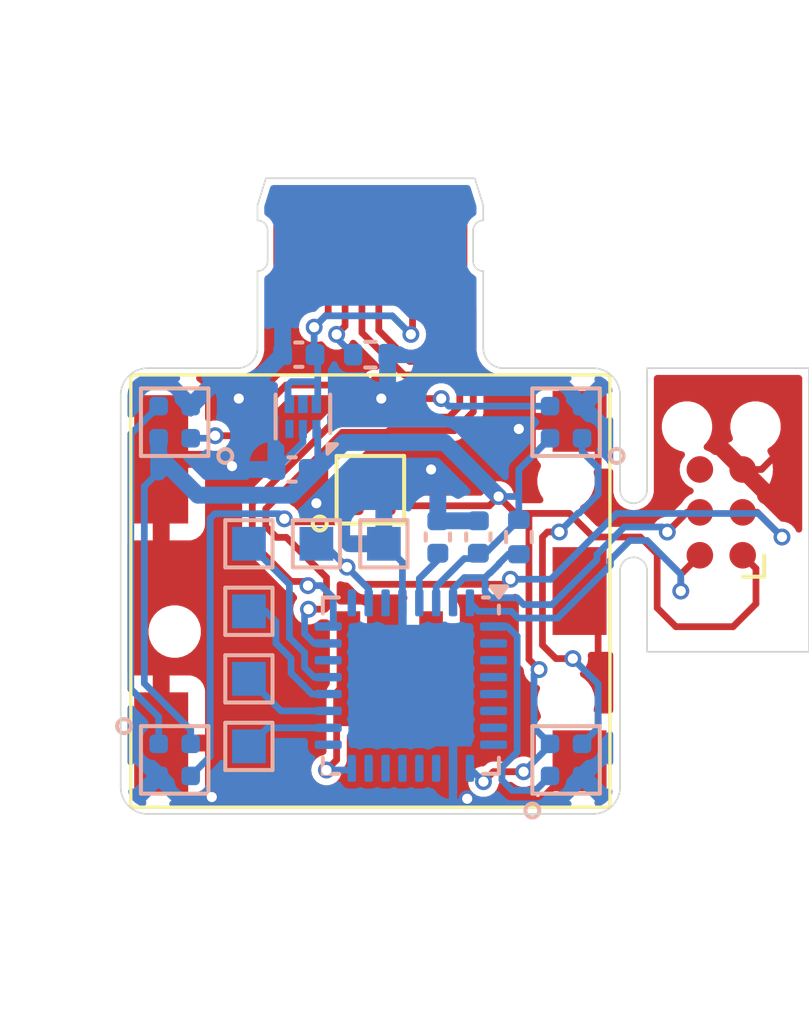
<source format=kicad_pcb>
(kicad_pcb (version 20240108) (generator "pcbnew") (generator_version "8.0")
  (layers (0 "F.Cu" signal) (31 "B.Cu" signal) (34 "B.Paste" user) (35 "F.Paste" user) (36 "B.SilkS" user "B.Silkscreen") (37 "F.SilkS" user "F.Silkscreen") (38 "B.Mask" user) (39 "F.Mask" user) (44 "Edge.Cuts" user))
  (net 0 "")
  (net 1 "GND")
  (net 2 "Net-(U1-VDDCORE)")
  (net 3 "+3.3V")
  (net 4 "SWCLK")
  (net 6 "SWDIO")
  (net 7 "RESET")
  (net 8 "+5V")
  (net 9 "D-")
  (net 10 "D+")
  (net 11 "Net-(J2-CC1)")
  (net 12 "Net-(RGB1-DIN)")
  (net 13 "Net-(RGB1-DOUT)")
  (net 14 "Net-(RGB2-DOUT)")
  (net 15 "/WS2812")
  (net 16 "Net-(RGB4-DOUT)")
  (net 18 "/SW1")
  (net 22 "Net-(U1-PA22)")
  (net 24 "Net-(U1-PA19)")
  (net 35 "Net-(U1-PA18)")
  (net 36 "Net-(U1-PA17)")
  (footprint "USB-C_PCB_experiments:SK6805-E-J" (layer "F.Cu") (at 40 37)
    (property "Reference" "RGB5" (hide yes))
    (property "Value" "SK6805-E-J")
    (fp_line (start -1 -1) (end 1 -1) (stroke (width 0.12)) (layer "F.SilkS"))
    (fp_line (start -1 1) (end -1 -1) (stroke (width 0.12)) (layer "F.SilkS"))
    (fp_line (start 1 -1) (end 1 0.95) (stroke (width 0.12)) (layer "F.SilkS"))
    (fp_line (start 1 0.95) (end 1 1) (stroke (width 0.12)) (layer "F.SilkS"))
    (fp_line (start 1 1) (end -1 1) (stroke (width 0.12)) (layer "F.SilkS"))
    (fp_circle (center -1.5 1) (end -1.3 0.95) (stroke (width 0.12)) (fill none) (layer "F.SilkS"))
    (pad "1" smd roundrect (at -0.475 0.475) (size 0.55 0.55) (layers "F.Cu" "F.Paste" "F.Mask") (net 16 "Net-(RGB4-DOUT)"))
    (pad "2" smd roundrect (at 0.475 0.475) (size 0.55 0.55) (layers "F.Cu" "F.Paste" "F.Mask") (net 3 "+3.3V"))
    (pad "3" smd roundrect (at 0.475 -0.475) (size 0.55 0.55) (layers "F.Cu" "F.Paste" "F.Mask"))
    (pad "4" smd roundrect (at -0.475 -0.475) (size 0.55 0.55) (layers "F.Cu" "F.Paste" "F.Mask") (net 1 "GND"))
  )
  (footprint "USB-C_PCB_experiments:usb-c-one-sided" (layer "F.Cu") (at 40 30)
    (property "Reference" "J2" (hide yes))
    (property "Value" "PCB_USB_C_Receptacle" (hide yes))
    (fp_line (start -3.345 -0.975) (end -3.345 -1.425) (stroke (width 0.05)) (layer "Edge.Cuts"))
    (fp_line (start -3.345 2.225) (end -3.345 0.525) (stroke (width 0.05)) (layer "Edge.Cuts"))
    (fp_line (start -3.095 -2.225) (end -3.345 -1.425) (stroke (width 0.05)) (layer "Edge.Cuts"))
    (fp_line (start -3.095 -2.225) (end 3.095 -2.225) (stroke (width 0.05)) (layer "Edge.Cuts"))
    (fp_line (start -3.045 -0.675) (end -3.045 0.225) (stroke (width 0.05)) (layer "Edge.Cuts"))
    (fp_line (start 3.045 -0.675) (end 3.045 0.225) (stroke (width 0.05)) (layer "Edge.Cuts"))
    (fp_line (start 3.345 -1.425) (end 3.095 -2.225) (stroke (width 0.05)) (layer "Edge.Cuts"))
    (fp_line (start 3.345 -0.975) (end 3.345 -1.425) (stroke (width 0.05)) (layer "Edge.Cuts"))
    (fp_line (start 3.345 2.225) (end 3.345 0.525) (stroke (width 0.05)) (layer "Edge.Cuts"))
    (fp_arc (start -3.345 -0.975) (mid -3.132868 -0.887132) (end -3.045 -0.675) (stroke (width 0.05)) (layer "Edge.Cuts"))
    (fp_arc (start -3.045 0.225) (mid -3.132868 0.437132) (end -3.345 0.525) (stroke (width 0.05)) (layer "Edge.Cuts"))
    (fp_arc (start 3.045 -0.675) (mid 3.132868 -0.887132) (end 3.345 -0.975) (stroke (width 0.05)) (layer "Edge.Cuts"))
    (fp_arc (start 3.345 0.525) (mid 3.132868 0.437132) (end 3.045 0.225) (stroke (width 0.05)) (layer "Edge.Cuts"))
    (pad "1" smd rect (at -2.75 -0.375) (size 0.25 2.8) (layers "F.Cu" "F.Mask") (net 1 "GND"))
    (pad "2" smd rect (at -2.25 -0.1) (size 0.25 2.25) (layers "F.Cu" "F.Mask"))
    (pad "3" smd rect (at -1.75 -0.1) (size 0.25 2.25) (layers "F.Cu" "F.Mask"))
    (pad "4" smd rect (at -1.25 -0.2) (size 0.25 2.45) (layers "F.Cu" "F.Mask") (net 8 "+5V"))
    (pad "5" smd rect (at -0.75 -0.1) (size 0.25 2.25) (layers "F.Cu" "F.Mask") (net 11 "Net-(J2-CC1)"))
    (pad "6" smd rect (at -0.25 -0.1) (size 0.25 2.25) (layers "F.Cu" "F.Mask") (net 10 "D+"))
    (pad "7" smd rect (at 0.25 -0.1) (size 0.25 2.25) (layers "F.Cu" "F.Mask") (net 9 "D-"))
    (pad "8" smd rect (at 0.75 -0.1) (size 0.25 2.25) (layers "F.Cu" "F.Mask"))
    (pad "9" smd rect (at 1.25 -0.2) (size 0.25 2.45) (layers "F.Cu" "F.Mask") (net 8 "+5V"))
    (pad "10" smd rect (at 1.75 -0.1) (size 0.25 2.25) (layers "F.Cu" "F.Mask"))
    (pad "11" smd rect (at 2.25 -0.1) (size 0.25 2.25) (layers "F.Cu" "F.Mask"))
    (pad "12" smd rect (at 2.75 -0.375) (size 0.25 2.8) (layers "F.Cu" "F.Mask") (net 1 "GND"))
  )
  (footprint "Cherry_ULP:Cherry_ULP_SMD" (layer "F.Cu") (at 40 40)
    (property "Reference" "SW1" (hide yes))
    (property "Value" "SW_Push")
    (fp_rect (start -7.1 -6.4) (end 7.1 6.4) (stroke (width 0.1)) (fill none) (layer "F.SilkS"))
    (pad "" np_thru_hole circle (at -5.8 1.2) (size 1.05 1.05) (drill 1.05) (layers "F&B.Cu" "*.Mask"))
    (pad "" np_thru_hole circle (at 5.8 -3.26) (size 1.2 1.2) (drill 1.2) (layers "F&B.Cu" "*.Mask"))
    (pad "" np_thru_hole circle (at 5.8 3.26) (size 1.2 1.2) (drill 1.2) (layers "F&B.Cu" "*.Mask"))
    (pad "1" smd rect (at -0.65 2.3) (size 0.7 3.4) (layers "F.Cu" "F.Paste" "F.Mask") (net 18 "/SW1"))
    (pad "2" smd rect (at 1.8 2.3) (size 0.7 3.4) (layers "F.Cu" "F.Paste" "F.Mask") (net 1 "GND"))
    (pad "3" smd rect (at -6.2 -3.9) (size 1.6 3.8) (layers "F.Cu" "F.Paste" "F.Mask") (net 1 "GND"))
    (pad "3" smd rect (at -6.2 4.5) (size 1.6 3) (layers "F.Cu" "F.Paste" "F.Mask") (net 1 "GND"))
    (pad "3" smd rect (at 6.2 -5.025) (size 1.6 1.8) (layers "F.Cu" "F.Paste" "F.Mask") (net 1 "GND"))
    (pad "3" smd rect (at 6.2 0) (size 1.6 2.6) (layers "F.Cu" "F.Paste" "F.Mask") (net 1 "GND"))
    (pad "3" smd rect (at 6.2 5.025) (size 1.6 1.8) (layers "F.Cu" "F.Paste" "F.Mask") (net 1 "GND"))
  )
  (footprint "Connector:Tag-Connect_TC2030-IDC-NL_2x03_P1.27mm_Vertical" (layer "F.Cu") (at 50.4 37.67 90)
    (property "Reference" "J1" (hide yes))
    (property "Value" "Conn_ARM_SWD_TagConnect_TC2030-NL")
    (fp_line (start -1.27 1.27) (end -1.905 1.27) (stroke (width 0.12)) (layer "F.SilkS"))
    (fp_line (start -1.905 1.27) (end -1.905 0.635) (stroke (width 0.12)) (layer "F.SilkS"))
    (pad "" np_thru_hole circle (at -2.54 0 90) (size 0.9906 0.9906) (drill 0.9906) (layers "*.Cu" "*.Mask"))
    (pad "" np_thru_hole circle (at 2.54 -1.016 90) (size 0.9906 0.9906) (drill 0.9906) (layers "*.Cu" "*.Mask"))
    (pad "" np_thru_hole circle (at 2.54 1.016 90) (size 0.9906 0.9906) (drill 0.9906) (layers "*.Cu" "*.Mask"))
    (pad "1" connect circle (at -1.27 0.635 90) (size 0.7874 0.7874) (layers "F.Cu" "F.Mask") (net 3 "+3.3V"))
    (pad "2" connect circle (at -1.27 -0.635 90) (size 0.7874 0.7874) (layers "F.Cu" "F.Mask") (net 6 "SWDIO"))
    (pad "3" connect circle (at 0 0.635 90) (size 0.7874 0.7874) (layers "F.Cu" "F.Mask") (net 7 "RESET"))
    (pad "4" connect circle (at 0 -0.635 90) (size 0.7874 0.7874) (layers "F.Cu" "F.Mask") (net 4 "SWCLK"))
    (pad "5" connect circle (at 1.27 0.635 90) (size 0.7874 0.7874) (layers "F.Cu" "F.Mask") (net 1 "GND"))
    (pad "6" connect circle (at 1.27 -0.635 90) (size 0.7874 0.7874) (layers "F.Cu" "F.Mask"))
    (zone (net 0) (net_name "") (layer "F.Cu") (connect_pads (clearance 0)) (min_thickness 0.254)
      (keepout (tracks allowed) (vias not_allowed) (pads allowed) (copperpour not_allowed) (footprints not_allowed))
      (fill (thermal_gap 0.508) (thermal_bridge_width 0.508))
      (polygon (pts (xy 49.765 36.4) (xy 49.765 38.94) (xy 51.035 38.94) (xy 51.035 36.4)))
    )
  )
  (footprint "Capacitor_SMD:C_0402_1005Metric" (layer "B.Cu") (at 37.68 36.4)
    (property "Reference" "C1" (hide yes))
    (property "Value" "1uF")
    (fp_line (start 0.107836 -0.36) (end -0.107836 -0.36) (stroke (width 0.12)) (layer "B.SilkS"))
    (fp_line (start 0.107836 0.36) (end -0.107836 0.36) (stroke (width 0.12)) (layer "B.SilkS"))
    (pad "1" smd roundrect (at -0.48 0) (size 0.56 0.62) (layers "B.Cu" "B.Paste" "B.Mask") (net 1 "GND"))
    (pad "2" smd roundrect (at 0.48 0) (size 0.56 0.62) (layers "B.Cu" "B.Paste" "B.Mask") (net 3 "+3.3V"))
  )
  (footprint "USB-C_PCB_experiments:SK6805-E-J" (layer "B.Cu") (at 34.2 35 180)
    (property "Reference" "RGB2" (hide yes))
    (property "Value" "SK6805-E-J")
    (fp_line (start 1 1) (end -1 1) (stroke (width 0.12)) (layer "B.SilkS"))
    (fp_line (start 1 -0.95) (end 1 1) (stroke (width 0.12)) (layer "B.SilkS"))
    (fp_line (start 1 -1) (end 1 -0.95) (stroke (width 0.12)) (layer "B.SilkS"))
    (fp_line (start -1 1) (end -1 -1) (stroke (width 0.12)) (layer "B.SilkS"))
    (fp_line (start -1 -1) (end 1 -1) (stroke (width 0.12)) (layer "B.SilkS"))
    (fp_circle (center -1.5 -1) (end -1.3 -0.95) (stroke (width 0.12)) (fill none) (layer "B.SilkS"))
    (pad "1" smd roundrect (at -0.475 -0.475 180) (size 0.55 0.55) (layers "B.Cu" "B.Paste" "B.Mask") (net 13 "Net-(RGB1-DOUT)"))
    (pad "2" smd roundrect (at 0.475 -0.475 180) (size 0.55 0.55) (layers "B.Cu" "B.Paste" "B.Mask") (net 3 "+3.3V"))
    (pad "3" smd roundrect (at 0.475 0.475 180) (size 0.55 0.55) (layers "B.Cu" "B.Paste" "B.Mask") (net 14 "Net-(RGB2-DOUT)"))
    (pad "4" smd roundrect (at -0.475 0.475 180) (size 0.55 0.55) (layers "B.Cu" "B.Paste" "B.Mask") (net 1 "GND"))
  )
  (footprint "USB-C_PCB_experiments:SK6805-E-J" (layer "B.Cu") (at 45.8 35 180)
    (property "Reference" "RGB1" (hide yes))
    (property "Value" "SK6805-E-J")
    (fp_line (start 1 1) (end -1 1) (stroke (width 0.12)) (layer "B.SilkS"))
    (fp_line (start 1 -0.95) (end 1 1) (stroke (width 0.12)) (layer "B.SilkS"))
    (fp_line (start 1 -1) (end 1 -0.95) (stroke (width 0.12)) (layer "B.SilkS"))
    (fp_line (start -1 1) (end -1 -1) (stroke (width 0.12)) (layer "B.SilkS"))
    (fp_line (start -1 -1) (end 1 -1) (stroke (width 0.12)) (layer "B.SilkS"))
    (fp_circle (center -1.5 -1) (end -1.3 -0.95) (stroke (width 0.12)) (fill none) (layer "B.SilkS"))
    (pad "1" smd roundrect (at -0.475 -0.475 180) (size 0.55 0.55) (layers "B.Cu" "B.Paste" "B.Mask") (net 12 "Net-(RGB1-DIN)"))
    (pad "2" smd roundrect (at 0.475 -0.475 180) (size 0.55 0.55) (layers "B.Cu" "B.Paste" "B.Mask") (net 3 "+3.3V"))
    (pad "3" smd roundrect (at 0.475 0.475 180) (size 0.55 0.55) (layers "B.Cu" "B.Paste" "B.Mask") (net 13 "Net-(RGB1-DOUT)"))
    (pad "4" smd roundrect (at -0.475 0.475 180) (size 0.55 0.55) (layers "B.Cu" "B.Paste" "B.Mask") (net 1 "GND"))
  )
  (footprint "Package_DFN_QFN:QFN-32-1EP_5x5mm_P0.5mm_EP3.6x3.6mm" (layer "B.Cu") (at 41.2 42.8 180)
    (property "Reference" "U1" (hide yes))
    (property "Value" "ATSAMD21E17D-M")
    (fp_line (start 2.61 2.61) (end 2.135 2.61) (stroke (width 0.12)) (layer "B.SilkS"))
    (fp_line (start 2.61 2.135) (end 2.61 2.61) (stroke (width 0.12)) (layer "B.SilkS"))
    (fp_line (start 2.61 -2.135) (end 2.61 -2.61) (stroke (width 0.12)) (layer "B.SilkS"))
    (fp_line (start 2.61 -2.61) (end 2.135 -2.61) (stroke (width 0.12)) (layer "B.SilkS"))
    (fp_line (start -2.31 2.61) (end -2.135 2.61) (stroke (width 0.12)) (layer "B.SilkS"))
    (fp_line (start -2.61 2.37) (end -2.61 2.135) (stroke (width 0.12)) (layer "B.SilkS"))
    (fp_line (start -2.61 -2.135) (end -2.61 -2.61) (stroke (width 0.12)) (layer "B.SilkS"))
    (fp_line (start -2.61 -2.61) (end -2.135 -2.61) (stroke (width 0.12)) (layer "B.SilkS"))
    (fp_poly (pts (xy -2.61 2.61) (xy -2.85 2.94) (xy -2.37 2.94) (xy -2.61 2.61)) (stroke (width 0.12)) (fill solid) (layer "B.SilkS"))
    (pad "1" smd roundrect (at -2.45 1.75 180) (size 0.8 0.25) (layers "B.Cu" "B.Paste" "B.Mask") (net 15 "/WS2812"))
    (pad "2" smd roundrect (at -2.45 1.25 180) (size 0.8 0.25) (layers "B.Cu" "B.Paste" "B.Mask"))
    (pad "3" smd roundrect (at -2.45 0.75 180) (size 0.8 0.25) (layers "B.Cu" "B.Paste" "B.Mask"))
    (pad "4" smd roundrect (at -2.45 0.25 180) (size 0.8 0.25) (layers "B.Cu" "B.Paste" "B.Mask"))
    (pad "5" smd roundrect (at -2.45 -0.25 180) (size 0.8 0.25) (layers "B.Cu" "B.Paste" "B.Mask"))
    (pad "6" smd roundrect (at -2.45 -0.75 180) (size 0.8 0.25) (layers "B.Cu" "B.Paste" "B.Mask"))
    (pad "7" smd roundrect (at -2.45 -1.25 180) (size 0.8 0.25) (layers "B.Cu" "B.Paste" "B.Mask"))
    (pad "8" smd roundrect (at -2.45 -1.75 180) (size 0.8 0.25) (layers "B.Cu" "B.Paste" "B.Mask"))
    (pad "9" smd roundrect (at -1.75 -2.45 180) (size 0.25 0.8) (layers "B.Cu" "B.Paste" "B.Mask") (net 3 "+3.3V"))
    (pad "10" smd roundrect (at -1.25 -2.45 180) (size 0.25 0.8) (layers "B.Cu" "B.Paste" "B.Mask") (net 1 "GND"))
    (pad "11" smd roundrect (at -0.75 -2.45 180) (size 0.25 0.8) (layers "B.Cu" "B.Paste" "B.Mask"))
    (pad "12" smd roundrect (at -0.25 -2.45 180) (size 0.25 0.8) (layers "B.Cu" "B.Paste" "B.Mask"))
    (pad "13" smd roundrect (at 0.25 -2.45 180) (size 0.25 0.8) (layers "B.Cu" "B.Paste" "B.Mask"))
    (pad "14" smd roundrect (at 0.75 -2.45 180) (size 0.25 0.8) (layers "B.Cu" "B.Paste" "B.Mask"))
    (pad "15" smd roundrect (at 1.25 -2.45 180) (size 0.25 0.8) (layers "B.Cu" "B.Paste" "B.Mask"))
    (pad "16" smd roundrect (at 1.75 -2.45 180) (size 0.25 0.8) (layers "B.Cu" "B.Paste" "B.Mask") (net 18 "/SW1"))
    (pad "17" smd roundrect (at 2.45 -1.75 180) (size 0.8 0.25) (layers "B.Cu" "B.Paste" "B.Mask"))
    (pad "18" smd roundrect (at 2.45 -1.25 180) (size 0.8 0.25) (layers "B.Cu" "B.Paste" "B.Mask") (net 36 "Net-(U1-PA17)"))
    (pad "19" smd roundrect (at 2.45 -0.75 180) (size 0.8 0.25) (layers "B.Cu" "B.Paste" "B.Mask") (net 35 "Net-(U1-PA18)"))
    (pad "20" smd roundrect (at 2.45 -0.25 180) (size 0.8 0.25) (layers "B.Cu" "B.Paste" "B.Mask") (net 24 "Net-(U1-PA19)"))
    (pad "21" smd roundrect (at 2.45 0.25 180) (size 0.8 0.25) (layers "B.Cu" "B.Paste" "B.Mask") (net 22 "Net-(U1-PA22)"))
    (pad "22" smd roundrect (at 2.45 0.75 180) (size 0.8 0.25) (layers "B.Cu" "B.Paste" "B.Mask"))
    (pad "23" smd roundrect (at 2.45 1.25 180) (size 0.8 0.25) (layers "B.Cu" "B.Paste" "B.Mask") (net 9 "D-"))
    (pad "24" smd roundrect (at 2.45 1.75 180) (size 0.8 0.25) (layers "B.Cu" "B.Paste" "B.Mask") (net 10 "D+"))
    (pad "25" smd roundrect (at 1.75 2.45 180) (size 0.25 0.8) (layers "B.Cu" "B.Paste" "B.Mask"))
    (pad "26" smd roundrect (at 1.25 2.45 180) (size 0.25 0.8) (layers "B.Cu" "B.Paste" "B.Mask") (net 7 "RESET"))
    (pad "27" smd roundrect (at 0.75 2.45 180) (size 0.25 0.8) (layers "B.Cu" "B.Paste" "B.Mask"))
    (pad "28" smd roundrect (at 0.25 2.45 180) (size 0.25 0.8) (layers "B.Cu" "B.Paste" "B.Mask") (net 1 "GND"))
    (pad "29" smd roundrect (at -0.25 2.45 180) (size 0.25 0.8) (layers "B.Cu" "B.Paste" "B.Mask") (net 2 "Net-(U1-VDDCORE)"))
    (pad "30" smd roundrect (at -0.75 2.45 180) (size 0.25 0.8) (layers "B.Cu" "B.Paste" "B.Mask") (net 3 "+3.3V"))
    (pad "31" smd roundrect (at -1.25 2.45 180) (size 0.25 0.8) (layers "B.Cu" "B.Paste" "B.Mask") (net 4 "SWCLK"))
    (pad "32" smd roundrect (at -1.75 2.45 180) (size 0.25 0.8) (layers "B.Cu" "B.Paste" "B.Mask") (net 6 "SWDIO"))
    (pad "33" smd rect (at 0 0 180) (size 3.6 3.6) (property pad_prop_heatsink) (layers "B.Cu" "B.Mask") (net 1 "GND"))
  )
  (footprint "TestPoint:TestPoint_Pad_1.0x1.0mm" (layer "B.Cu") (at 36.4 38.6 180)
    (property "Reference" "TP3" (hide yes))
    (property "Value" "TestPoint")
    (fp_line (start 0.7 0.7) (end -0.7 0.7) (stroke (width 0.12)) (layer "B.SilkS"))
    (fp_line (start 0.7 -0.7) (end 0.7 0.7) (stroke (width 0.12)) (layer "B.SilkS"))
    (fp_line (start -0.7 0.7) (end -0.7 -0.7) (stroke (width 0.12)) (layer "B.SilkS"))
    (fp_line (start -0.7 -0.7) (end 0.7 -0.7) (stroke (width 0.12)) (layer "B.SilkS"))
    (pad "1" smd rect (at 0 0 180) (size 1 1) (layers "B.Cu" "B.Mask") (net 22 "Net-(U1-PA22)"))
  )
  (footprint "USB-C_PCB_experiments:SK6805-E-J" (layer "B.Cu") (at 45.8 45 90)
    (property "Reference" "RGB3" (hide yes))
    (property "Value" "SK6805-E-J")
    (fp_line (start 1 -1) (end 1 -0.95) (stroke (width 0.12)) (layer "B.SilkS"))
    (fp_line (start -1 -1) (end 1 -1) (stroke (width 0.12)) (layer "B.SilkS"))
    (fp_line (start 1 -0.95) (end 1 1) (stroke (width 0.12)) (layer "B.SilkS"))
    (fp_line (start 1 1) (end -1 1) (stroke (width 0.12)) (layer "B.SilkS"))
    (fp_line (start -1 1) (end -1 -1) (stroke (width 0.12)) (layer "B.SilkS"))
    (fp_circle (center -1.5 -1) (end -1.3 -0.95) (stroke (width 0.12)) (fill none) (layer "B.SilkS"))
    (pad "1" smd roundrect (at -0.475 -0.475 90) (size 0.55 0.55) (layers "B.Cu" "B.Paste" "B.Mask") (net 15 "/WS2812"))
    (pad "2" smd roundrect (at 0.475 -0.475 90) (size 0.55 0.55) (layers "B.Cu" "B.Paste" "B.Mask") (net 3 "+3.3V"))
    (pad "3" smd roundrect (at 0.475 0.475 90) (size 0.55 0.55) (layers "B.Cu" "B.Paste" "B.Mask") (net 12 "Net-(RGB1-DIN)"))
    (pad "4" smd roundrect (at -0.475 0.475 90) (size 0.55 0.55) (layers "B.Cu" "B.Paste" "B.Mask") (net 1 "GND"))
  )
  (footprint "Resistor_SMD:R_0402_1005Metric" (layer "B.Cu") (at 44.4 38.4 -90)
    (property "Reference" "R1" (hide yes))
    (property "Value" "1k")
    (fp_line (start 0.153641 0.38) (end -0.153641 0.38) (stroke (width 0.12)) (layer "B.SilkS"))
    (fp_line (start 0.153641 -0.38) (end -0.153641 -0.38) (stroke (width 0.12)) (layer "B.SilkS"))
    (pad "1" smd roundrect (at -0.51 0 270) (size 0.54 0.64) (layers "B.Cu" "B.Paste" "B.Mask") (net 3 "+3.3V"))
    (pad "2" smd roundrect (at 0.51 0 270) (size 0.54 0.64) (layers "B.Cu" "B.Paste" "B.Mask") (net 4 "SWCLK"))
  )
  (footprint "USB-C_PCB_experiments:SK6805-E-J" (layer "B.Cu") (at 34.2 45)
    (property "Reference" "RGB4" (hide yes))
    (property "Value" "SK6805-E-J")
    (fp_line (start -1 -1) (end 1 -1) (stroke (width 0.12)) (layer "B.SilkS"))
    (fp_line (start -1 1) (end -1 -1) (stroke (width 0.12)) (layer "B.SilkS"))
    (fp_line (start 1 -1) (end 1 -0.95) (stroke (width 0.12)) (layer "B.SilkS"))
    (fp_line (start 1 -0.95) (end 1 1) (stroke (width 0.12)) (layer "B.SilkS"))
    (fp_line (start 1 1) (end -1 1) (stroke (width 0.12)) (layer "B.SilkS"))
    (fp_circle (center -1.5 -1) (end -1.3 -0.95) (stroke (width 0.12)) (fill none) (layer "B.SilkS"))
    (pad "1" smd roundrect (at -0.475 -0.475) (size 0.55 0.55) (layers "B.Cu" "B.Paste" "B.Mask") (net 14 "Net-(RGB2-DOUT)"))
    (pad "2" smd roundrect (at 0.475 -0.475) (size 0.55 0.55) (layers "B.Cu" "B.Paste" "B.Mask") (net 3 "+3.3V"))
    (pad "3" smd roundrect (at 0.475 0.475) (size 0.55 0.55) (layers "B.Cu" "B.Paste" "B.Mask") (net 16 "Net-(RGB4-DOUT)"))
    (pad "4" smd roundrect (at -0.475 0.475) (size 0.55 0.55) (layers "B.Cu" "B.Paste" "B.Mask") (net 1 "GND"))
  )
  (footprint "TestPoint:TestPoint_Pad_1.0x1.0mm" (layer "B.Cu") (at 38.4 38.6 180)
    (property "Reference" "TP2" (hide yes))
    (property "Value" "TestPoint")
    (fp_line (start 0.7 0.7) (end -0.7 0.7) (stroke (width 0.12)) (layer "B.SilkS"))
    (fp_line (start 0.7 -0.7) (end 0.7 0.7) (stroke (width 0.12)) (layer "B.SilkS"))
    (fp_line (start -0.7 0.7) (end -0.7 -0.7) (stroke (width 0.12)) (layer "B.SilkS"))
    (fp_line (start -0.7 -0.7) (end 0.7 -0.7) (stroke (width 0.12)) (layer "B.SilkS"))
    (pad "1" smd rect (at 0 0 180) (size 1 1) (layers "B.Cu" "B.Mask") (net 7 "RESET"))
  )
  (footprint "Resistor_SMD:R_0402_1005Metric" (layer "B.Cu") (at 40 33)
    (property "Reference" "R2" (hide yes))
    (property "Value" "5.1k")
    (fp_line (start 0.153641 -0.38) (end -0.153641 -0.38) (stroke (width 0.12)) (layer "B.SilkS"))
    (fp_line (start 0.153641 0.38) (end -0.153641 0.38) (stroke (width 0.12)) (layer "B.SilkS"))
    (pad "1" smd roundrect (at -0.51 0) (size 0.54 0.64) (layers "B.Cu" "B.Paste" "B.Mask") (net 11 "Net-(J2-CC1)"))
    (pad "2" smd roundrect (at 0.51 0) (size 0.54 0.64) (layers "B.Cu" "B.Paste" "B.Mask") (net 1 "GND"))
  )
  (footprint "Capacitor_SMD:C_0402_1005Metric" (layer "B.Cu") (at 42 38.4 -90)
    (property "Reference" "C2" (hide yes))
    (property "Value" "1nF")
    (fp_line (start 0.107836 0.36) (end -0.107836 0.36) (stroke (width 0.12)) (layer "B.SilkS"))
    (fp_line (start 0.107836 -0.36) (end -0.107836 -0.36) (stroke (width 0.12)) (layer "B.SilkS"))
    (pad "1" smd roundrect (at -0.48 0 270) (size 0.56 0.62) (layers "B.Cu" "B.Paste" "B.Mask") (net 1 "GND"))
    (pad "2" smd roundrect (at 0.48 0 270) (size 0.56 0.62) (layers "B.Cu" "B.Paste" "B.Mask") (net 2 "Net-(U1-VDDCORE)"))
  )
  (footprint "TestPoint:TestPoint_Pad_1.0x1.0mm" (layer "B.Cu") (at 40.4 38.6 180)
    (property "Reference" "TP1" (hide yes))
    (property "Value" "TestPoint")
    (fp_line (start 0.7 0.7) (end -0.7 0.7) (stroke (width 0.12)) (layer "B.SilkS"))
    (fp_line (start 0.7 -0.7) (end 0.7 0.7) (stroke (width 0.12)) (layer "B.SilkS"))
    (fp_line (start -0.7 0.7) (end -0.7 -0.7) (stroke (width 0.12)) (layer "B.SilkS"))
    (fp_line (start -0.7 -0.7) (end 0.7 -0.7) (stroke (width 0.12)) (layer "B.SilkS"))
    (pad "1" smd rect (at 0 0 180) (size 1 1) (layers "B.Cu" "B.Mask") (net 1 "GND"))
  )
  (footprint "Package_DFN_QFN:DFN-6_1.3x1.2mm_P0.4mm" (layer "B.Cu") (at 38 34.832 90)
    (property "Reference" "U2" (hide yes))
    (property "Value" "LDK130PU33R_DFN6")
    (fp_line (start 0.65 -0.81) (end -0.65 -0.81) (stroke (width 0.12)) (layer "B.SilkS"))
    (fp_line (start 0.65 0.81) (end -0.49 0.81) (stroke (width 0.12)) (layer "B.SilkS"))
    (fp_poly (pts (xy -0.82 0.73) (xy -1.1 0.73) (xy -0.82 1.01) (xy -0.82 0.73)) (stroke (width 0.12)) (fill solid) (layer "B.SilkS"))
    (pad "1" smd rect (at -0.368 0.4 90) (size 0.53 0.24) (layers "B.Cu" "B.Paste" "B.Mask") (net 3 "+3.3V"))
    (pad "2" smd rect (at -0.368 0 90) (size 0.53 0.24) (layers "B.Cu" "B.Paste" "B.Mask") (net 1 "GND") (clearance -1))
    (pad "3" smd rect (at -0.368 -0.4 90) (size 0.53 0.24) (layers "B.Cu" "B.Paste" "B.Mask") (clearance -1))
    (pad "4" smd rect (at 0.368 -0.4 90) (size 0.53 0.28) (layers "B.Cu" "B.Paste" "B.Mask") (net 8 "+5V"))
    (pad "5" smd rect (at 0.368 0 90) (size 0.53 0.28) (layers "B.Cu" "B.Paste" "B.Mask"))
    (pad "6" smd rect (at 0.368 0.4 90) (size 0.53 0.28) (layers "B.Cu" "B.Paste" "B.Mask") (net 8 "+5V"))
  )
  (footprint "TestPoint:TestPoint_Pad_1.0x1.0mm" (layer "B.Cu") (at 36.4 42.6 180)
    (property "Reference" "TP5" (hide yes))
    (property "Value" "TestPoint")
    (fp_line (start 0.7 0.7) (end -0.7 0.7) (stroke (width 0.12)) (layer "B.SilkS"))
    (fp_line (start 0.7 -0.7) (end 0.7 0.7) (stroke (width 0.12)) (layer "B.SilkS"))
    (fp_line (start -0.7 0.7) (end -0.7 -0.7) (stroke (width 0.12)) (layer "B.SilkS"))
    (fp_line (start -0.7 -0.7) (end 0.7 -0.7) (stroke (width 0.12)) (layer "B.SilkS"))
    (pad "1" smd rect (at 0 0 180) (size 1 1) (layers "B.Cu" "B.Mask") (net 35 "Net-(U1-PA18)"))
  )
  (footprint "TestPoint:TestPoint_Pad_1.0x1.0mm" (layer "B.Cu") (at 36.4 40.6 180)
    (property "Reference" "TP4" (hide yes))
    (property "Value" "TestPoint")
    (fp_line (start 0.7 0.7) (end -0.7 0.7) (stroke (width 0.12)) (layer "B.SilkS"))
    (fp_line (start 0.7 -0.7) (end 0.7 0.7) (stroke (width 0.12)) (layer "B.SilkS"))
    (fp_line (start -0.7 0.7) (end -0.7 -0.7) (stroke (width 0.12)) (layer "B.SilkS"))
    (fp_line (start -0.7 -0.7) (end 0.7 -0.7) (stroke (width 0.12)) (layer "B.SilkS"))
    (pad "1" smd rect (at 0 0 180) (size 1 1) (layers "B.Cu" "B.Mask") (net 24 "Net-(U1-PA19)"))
  )
  (footprint "TestPoint:TestPoint_Pad_1.0x1.0mm" (layer "B.Cu") (at 36.4 44.6 180)
    (property "Reference" "TP6" (hide yes))
    (property "Value" "TestPoint")
    (fp_line (start 0.7 0.7) (end -0.7 0.7) (stroke (width 0.12)) (layer "B.SilkS"))
    (fp_line (start 0.7 -0.7) (end 0.7 0.7) (stroke (width 0.12)) (layer "B.SilkS"))
    (fp_line (start -0.7 0.7) (end -0.7 -0.7) (stroke (width 0.12)) (layer "B.SilkS"))
    (fp_line (start -0.7 -0.7) (end 0.7 -0.7) (stroke (width 0.12)) (layer "B.SilkS"))
    (pad "1" smd rect (at 0 0 180) (size 1 1) (layers "B.Cu" "B.Mask") (net 36 "Net-(U1-PA17)"))
  )
  (footprint "Capacitor_SMD:C_0402_1005Metric" (layer "B.Cu") (at 43.2 38.4 90)
    (property "Reference" "C3" (hide yes))
    (property "Value" "100nF")
    (fp_line (start 0.107836 -0.36) (end -0.107836 -0.36) (stroke (width 0.12)) (layer "B.SilkS"))
    (fp_line (start 0.107836 0.36) (end -0.107836 0.36) (stroke (width 0.12)) (layer "B.SilkS"))
    (pad "1" smd roundrect (at -0.48 0 90) (size 0.56 0.62) (layers "B.Cu" "B.Paste" "B.Mask") (net 3 "+3.3V"))
    (pad "2" smd roundrect (at 0.48 0 90) (size 0.56 0.62) (layers "B.Cu" "B.Paste" "B.Mask") (net 1 "GND"))
  )
  (footprint "Capacitor_SMD:C_0402_1005Metric" (layer "B.Cu") (at 37.88 33)
    (property "Reference" "C4" (hide yes))
    (property "Value" "1uF")
    (fp_line (start 0.107836 -0.36) (end -0.107836 -0.36) (stroke (width 0.12)) (layer "B.SilkS"))
    (fp_line (start 0.107836 0.36) (end -0.107836 0.36) (stroke (width 0.12)) (layer "B.SilkS"))
    (pad "1" smd roundrect (at -0.48 0) (size 0.56 0.62) (layers "B.Cu" "B.Paste" "B.Mask") (net 1 "GND"))
    (pad "2" smd roundrect (at 0.48 0) (size 0.56 0.62) (layers "B.Cu" "B.Paste" "B.Mask") (net 8 "+5V"))
  )
  (gr_arc (start 47.4 39.4) (mid 47.8 39) (end 48.2 39.4) (stroke (width 0.05)) (layer "Edge.Cuts"))
  (gr_line (start 43.345 32.8) (end 43.345 32.225) (stroke (width 0.05)) (layer "Edge.Cuts"))
  (gr_arc (start 47.4 45.8) (mid 47.165685 46.365685) (end 46.6 46.6) (stroke (width 0.05)) (layer "Edge.Cuts"))
  (gr_line (start 48.2 37) (end 48.2 33.4) (stroke (width 0.05)) (layer "Edge.Cuts"))
  (gr_arc (start 36.655 32.8) (mid 36.479264 33.224264) (end 36.055 33.4) (stroke (width 0.05)) (layer "Edge.Cuts"))
  (gr_line (start 53 41.8) (end 48.2 41.8) (stroke (width 0.05)) (layer "Edge.Cuts"))
  (gr_line (start 47.4 37) (end 47.4 34.2) (stroke (width 0.05)) (layer "Edge.Cuts"))
  (gr_arc (start 43.945 33.4) (mid 43.520736 33.224264) (end 43.345 32.8) (stroke (width 0.05)) (layer "Edge.Cuts"))
  (gr_line (start 32.6 34.2) (end 32.6 45.8) (stroke (width 0.05)) (layer "Edge.Cuts"))
  (gr_arc (start 48.2 37) (mid 47.8 37.4) (end 47.4 37) (stroke (width 0.05)) (layer "Edge.Cuts"))
  (gr_line (start 48.2 41.8) (end 48.2 39.4) (stroke (width 0.05)) (layer "Edge.Cuts"))
  (gr_line (start 36.655 32.8) (end 36.655 32.225) (stroke (width 0.05)) (layer "Edge.Cuts"))
  (gr_arc (start 32.6 34.2) (mid 32.834315 33.634315) (end 33.4 33.4) (stroke (width 0.05)) (layer "Edge.Cuts"))
  (gr_arc (start 46.599999 33.4) (mid 47.165685 33.634314) (end 47.4 34.2) (stroke (width 0.05)) (layer "Edge.Cuts"))
  (gr_line (start 46.599999 33.4) (end 43.945 33.4) (stroke (width 0.05)) (layer "Edge.Cuts"))
  (gr_line (start 53 33.4) (end 53 41.8) (stroke (width 0.05)) (layer "Edge.Cuts"))
  (gr_arc (start 33.400001 46.6) (mid 32.834315 46.365686) (end 32.6 45.8) (stroke (width 0.05)) (layer "Edge.Cuts"))
  (gr_line (start 33.4 33.4) (end 36.055 33.4) (stroke (width 0.05)) (layer "Edge.Cuts"))
  (gr_line (start 48.2 33.4) (end 53 33.4) (stroke (width 0.05)) (layer "Edge.Cuts"))
  (gr_line (start 47.4 45.8) (end 47.4 39.4) (stroke (width 0.05)) (layer "Edge.Cuts"))
  (gr_line (start 33.400001 46.6) (end 46.6 46.6) (stroke (width 0.05)) (layer "Edge.Cuts"))
  (segment (start 52.2613 35.730475) (end 52.2613 34.6613) (width 0.2) (layer "F.Cu") (net 1))
  (segment (start 51.591775 36.4) (end 52.2613 35.730475) (width 0.2) (layer "F.Cu") (net 1))
  (segment (start 52.2613 34.6613) (end 51.8 34.2) (width 0.2) (layer "F.Cu") (net 1))
  (segment (start 46.2 40) (end 46.75 40.55) (width 0.2) (layer "F.Cu") (net 1))
  (segment (start 45.031538 46.193462) (end 42.493462 46.193462) (width 0.2) (layer "F.Cu") (net 1))
  (segment (start 51.035 36.4) (end 51.591775 36.4) (width 0.2) (layer "F.Cu") (net 1))
  (segment (start 46.75 44.475) (end 46.2 45.025) (width 0.2) (layer "F.Cu") (net 1))
  (segment (start 48.103386 37.702538) (end 47.402538 37.702538) (width 0.2) (layer "F.Cu") (net 1))
  (segment (start 51.8 34.2) (end 48.6 34.2) (width 0.2) (layer "F.Cu") (net 1))
  (segment (start 46.75 35.525) (end 46.2 34.975) (width 0.2) (layer "F.Cu") (net 1))
  (segment (start 42.493462 46.193462) (end 42 45.7) (width 0.2) (layer "F.Cu") (net 1))
  (segment (start 48.509703 37.296221) (end 48.103386 37.702538) (width 0.2) (layer "F.Cu") (net 1))
  (segment (start 47.402538 37.702538) (end 46.75 37.05) (width 0.2) (layer "F.Cu") (net 1))
  (segment (start 46.75 37.05) (end 46.75 35.525) (width 0.2) (layer "F.Cu") (net 1))
  (segment (start 48.6 34.2) (end 48.509703 34.290297) (width 0.2) (layer "F.Cu") (net 1))
  (segment (start 46.2 45.025) (end 45.031538 46.193462) (width 0.2) (layer "F.Cu") (net 1))
  (segment (start 46.75 40.55) (end 46.75 44.475) (width 0.2) (layer "F.Cu") (net 1))
  (segment (start 48.509703 34.290297) (end 48.509703 37.296221) (width 0.2) (layer "F.Cu") (net 1))
  (via (at 41.8 36.4) (size 0.5) (drill 0.3) (layers "F.Cu" "B.Cu") (net 1))
  (via (at 40.323397 34.3) (size 0.5) (drill 0.3) (layers "F.Cu" "B.Cu") (net 1))
  (via (at 38.4 37.4) (size 0.5) (drill 0.3) (layers "F.Cu" "B.Cu") (net 1))
  (via (at 35.9 36.3) (size 0.5) (drill 0.3) (layers "F.Cu" "B.Cu") (net 1))
  (via (at 35.3 46.1) (size 0.6) (drill 0.3) (layers "F.Cu" "B.Cu") (net 1))
  (via (at 36.1 34.3) (size 0.5) (drill 0.3) (layers "F.Cu" "B.Cu") (net 1))
  (via (at 44.4 35.2) (size 0.5) (drill 0.3) (layers "F.Cu" "B.Cu") (net 1))
  (via (at 42.869787 46.15) (size 0.5) (drill 0.3) (layers "F.Cu" "B.Cu") (net 1))
  (segment (start 40.95 40.35) (end 40.95 39.15) (width 0.2) (layer "B.Cu") (net 1))
  (segment (start 37.835 35.765) (end 38 35.6) (width 0.2) (layer "B.Cu") (net 1))
  (segment (start 37.2 36.4) (end 37.835 35.765) (width 0.2) (layer "B.Cu") (net 1))
  (segment (start 38 35.6) (end 38 35.2) (width 0.2) (layer "B.Cu") (net 1))
  (segment (start 40.95 39.15) (end 40.4 38.6) (width 0.2) (layer "B.Cu") (net 1))
  (segment (start 36.1 34.3) (end 37.4 33) (width 0.5) (layer "B.Cu") (net 1))
  (segment (start 41.45 40.35) (end 41.45 39.63) (width 0.2) (layer "B.Cu") (net 2))
  (segment (start 41.45 39.63) (end 42 39.08) (width 0.2) (layer "B.Cu") (net 2))
  (segment (start 43.525 37.475) (end 43.8 37.2) (width 0.2) (layer "F.Cu") (net 3))
  (segment (start 51.035 38.94) (end 51.428699 39.333699) (width 0.2) (layer "F.Cu") (net 3))
  (segment (start 44.299998 37.699998) (end 43.8 37.2) (width 0.2) (layer "F.Cu") (net 3))
  (segment (start 43.351719 45.643462) (end 43.645181 45.35) (width 0.2) (layer "F.Cu") (net 3))
  (segment (start 44.7 37.774998) (end 44.7 42.025) (width 0.2) (layer "F.Cu") (net 3))
  (segment (start 40.475 37.475) (end 43.525 37.475) (width 0.2) (layer "F.Cu") (net 3))
  (segment (start 44.7 42.025) (end 45 42.325) (width 0.2) (layer "F.Cu") (net 3))
  (segment (start 49.0553 41.0553) (end 48.5 40.5) (width 0.2) (layer "F.Cu") (net 3))
  (segment (start 48.5 38.9) (end 48 38.4) (width 0.2) (layer "F.Cu") (net 3))
  (segment (start 45.899998 37.699998) (end 44.775 37.699998) (width 0.2) (layer "F.Cu") (net 3))
  (segment (start 48.5 40.5) (end 48.5 38.9) (width 0.2) (layer "F.Cu") (net 3))
  (segment (start 51.428699 40.376736) (end 50.750135 41.0553) (width 0.2) (layer "F.Cu") (net 3))
  (segment (start 43.645181 45.35) (end 44.54099 45.35) (width 0.2) (layer "F.Cu") (net 3))
  (segment (start 44.775 37.699998) (end 44.299998 37.699998) (width 0.2) (layer "F.Cu") (net 3))
  (segment (start 46.6 38.4) (end 45.899998 37.699998) (width 0.2) (layer "F.Cu") (net 3))
  (segment (start 51.428699 39.333699) (end 51.428699 40.376736) (width 0.2) (layer "F.Cu") (net 3))
  (segment (start 44.775 37.699998) (end 44.7 37.774998) (width 0.2) (layer "F.Cu") (net 3))
  (segment (start 48 38.4) (end 46.6 38.4) (width 0.2) (layer "F.Cu") (net 3))
  (segment (start 50.750135 41.0553) (end 49.0553 41.0553) (width 0.2) (layer "F.Cu") (net 3))
  (via (at 44.54099 45.35) (size 0.5) (drill 0.3) (layers "F.Cu" "B.Cu") (net 3))
  (via (at 43.351719 45.643462) (size 0.5) (drill 0.3) (layers "F.Cu" "B.Cu") (net 3))
  (via (at 45 42.325) (size 0.5) (drill 0.3) (layers "F.Cu" "B.Cu") (net 3))
  (via (at 43.8 37.2) (size 0.5) (drill 0.3) (layers "F.Cu" "B.Cu") (net 3))
  (segment (start 44.4 36.4) (end 44.4 37.2) (width 0.2) (layer "B.Cu") (net 3))
  (segment (start 43.8 37.2) (end 44.4 37.2) (width 0.2) (layer "B.Cu") (net 3))
  (segment (start 44.85 44.05) (end 45.325 44.525) (width 0.2) (layer "B.Cu") (net 3))
  (segment (start 45 42.325) (end 44.85 42.475) (width 0.2) (layer "B.Cu") (net 3))
  (segment (start 38.16 36.65005) (end 39.21005 35.6) (width 0.5) (layer "B.Cu") (net 3))
  (segment (start 42.2 35.6) (end 43.8 37.2) (width 0.5) (layer "B.Cu") (net 3))
  (segment (start 34.675 44.109314) (end 34.675 44.525) (width 0.2) (layer "B.Cu") (net 3))
  (segment (start 33.3 36.9) (end 33.3 42.734314) (width 0.2) (layer "B.Cu") (net 3))
  (segment (start 44.4 37.2) (end 44.4 37.89) (width 0.2) (layer "B.Cu") (net 3))
  (segment (start 43.343462 45.643462) (end 42.95 45.25) (width 0.2) (layer "B.Cu") (net 3))
  (segment (start 34.885 37.16) (end 37.65005 37.16) (width 0.5) (layer "B.Cu") (net 3))
  (segment (start 38.16 36.4) (end 38.44 36.12) (width 0.2) (layer "B.Cu") (net 3))
  (segment (start 45.325 44.525) (end 45.325 44.56599) (width 0.2) (layer "B.Cu") (net 3))
  (segment (start 41.95 39.869928) (end 42.78 39.039928) (width 0.2) (layer "B.Cu") (net 3))
  (segment (start 44.85 42.475) (end 44.85 44.05) (width 0.2) (layer "B.Cu") (net 3))
  (segment (start 43.41 38.88) (end 44.4 37.89) (width 0.2) (layer "B.Cu") (net 3))
  (segment (start 41.95 40.35) (end 41.95 39.869928) (width 0.2) (layer "B.Cu") (net 3))
  (segment (start 43.2 38.88) (end 43.41 38.88) (width 0.2) (layer "B.Cu") (net 3))
  (segment (start 33.725 36) (end 33.725 36.475) (width 0.5) (layer "B.Cu") (net 3))
  (segment (start 38.44 36.12) (end 38.44 35.2) (width 0.2) (layer "B.Cu") (net 3))
  (segment (start 33.3 42.734314) (end 34.675 44.109314) (width 0.2) (layer "B.Cu") (net 3))
  (segment (start 42.78 39.039928) (end 43.040072 39.039928) (width 0.2) (layer "B.Cu") (net 3))
  (segment (start 39.21005 35.6) (end 42.2 35.6) (width 0.5) (layer "B.Cu") (net 3))
  (segment (start 43.040072 39.039928) (end 43.2 38.88) (width 0.2) (layer "B.Cu") (net 3))
  (segment (start 45.325 44.56599) (end 44.54099 45.35) (width 0.2) (layer "B.Cu") (net 3))
  (segment (start 45.325 35.475) (end 44.4 36.4) (width 0.2) (layer "B.Cu") (net 3))
  (segment (start 33.725 36) (end 34.885 37.16) (width 0.5) (layer "B.Cu") (net 3))
  (segment (start 38.16 36.65005) (end 38.16 36.4) (width 0.5) (layer "B.Cu") (net 3))
  (segment (start 33.725 35.475) (end 33.725 36) (width 0.5) (layer "B.Cu") (net 3))
  (segment (start 37.65005 37.16) (end 38.16 36.65005) (width 0.5) (layer "B.Cu") (net 3))
  (segment (start 33.725 36.475) (end 33.3 36.9) (width 0.2) (layer "B.Cu") (net 3))
  (segment (start 43.351719 45.643462) (end 43.343462 45.643462) (width 0.2) (layer "B.Cu") (net 3))
  (segment (start 49.765 37.67) (end 49.382538 37.67) (width 0.2) (layer "F.Cu") (net 4))
  (segment (start 49.382538 37.67) (end 48.8 38.252538) (width 0.2) (layer "F.Cu") (net 4))
  (via (at 48.8 38.252538) (size 0.5) (drill 0.3) (layers "F.Cu" "B.Cu") (net 4))
  (segment (start 46.71488 39.069434) (end 45.384314 40.4) (width 0.2) (layer "B.Cu") (net 4))
  (segment (start 44.09 38.91) (end 44.4 38.91) (width 0.2) (layer "B.Cu") (net 4))
  (segment (start 43.4 39.6) (end 42.785614 39.6) (width 0.2) (layer "B.Cu") (net 4))
  (segment (start 43.4 40.025) (end 43.4 39.6) (width 0.2) (layer "B.Cu") (net 4))
  (segment (start 44.345757 40.2) (end 43.575 40.2) (width 0.2) (layer "B.Cu") (net 4))
  (segment (start 44.545758 40.4) (end 44.345757 40.2) (width 0.2) (layer "B.Cu") (net 4))
  (segment (start 47.525852 38.102538) (end 46.71488 38.913511) (width 0.2) (layer "B.Cu") (net 4))
  (segment (start 45.384314 40.4) (end 44.545758 40.4) (width 0.2) (layer "B.Cu") (net 4))
  (segment (start 43.575 40.2) (end 43.4 40.025) (width 0.2) (layer "B.Cu") (net 4))
  (segment (start 48.8 38.252538) (end 48.65 38.102538) (width 0.2) (layer "B.Cu") (net 4))
  (segment (start 42.45 39.935614) (end 42.45 40.35) (width 0.2) (layer "B.Cu") (net 4))
  (segment (start 46.71488 38.913511) (end 46.71488 39.069434) (width 0.2) (layer "B.Cu") (net 4))
  (segment (start 43.54 39.46) (end 43.556134 39.46) (width 0.2) (layer "B.Cu") (net 4))
  (segment (start 43.81 39.19) (end 44.09 38.91) (width 0.2) (layer "B.Cu") (net 4))
  (segment (start 43.81 39.206134) (end 43.81 39.19) (width 0.2) (layer "B.Cu") (net 4))
  (segment (start 43.4 39.6) (end 43.54 39.46) (width 0.2) (layer "B.Cu") (net 4))
  (segment (start 48.65 38.102538) (end 47.525852 38.102538) (width 0.2) (layer "B.Cu") (net 4))
  (segment (start 43.556134 39.46) (end 43.81 39.206134) (width 0.2) (layer "B.Cu") (net 4))
  (segment (start 42.785614 39.6) (end 42.45 39.935614) (width 0.2) (layer "B.Cu") (net 4))
  (segment (start 49.2 39.505) (end 49.765 38.94) (width 0.2) (layer "F.Cu") (net 6))
  (segment (start 49.2 40) (end 49.2 39.505) (width 0.2) (layer "F.Cu") (net 6))
  (via (at 49.2 40) (size 0.5) (drill 0.3) (layers "F.Cu" "B.Cu") (net 6))
  (segment (start 49.2 39.502538) (end 48.2 38.502538) (width 0.2) (layer "B.Cu") (net 6))
  (segment (start 47.11488 39.23512) (end 45.55 40.8) (width 0.2) (layer "B.Cu") (net 6))
  (segment (start 44.180072 40.6) (end 43.2 40.6) (width 0.2) (layer "B.Cu") (net 6))
  (segment (start 47.11488 39.079196) (end 47.11488 39.23512) (width 0.2) (layer "B.Cu") (net 6))
  (segment (start 49.2 40) (end 49.2 39.502538) (width 0.2) (layer "B.Cu") (net 6))
  (segment (start 44.380072 40.8) (end 44.180072 40.6) (width 0.2) (layer "B.Cu") (net 6))
  (segment (start 47.691538 38.502538) (end 47.11488 39.079196) (width 0.2) (layer "B.Cu") (net 6))
  (segment (start 48.2 38.502538) (end 47.691538 38.502538) (width 0.2) (layer "B.Cu") (net 6))
  (segment (start 43.2 40.6) (end 42.95 40.35) (width 0.2) (layer "B.Cu") (net 6))
  (segment (start 45.55 40.8) (end 44.380072 40.8) (width 0.2) (layer "B.Cu") (net 6))
  (segment (start 39.307193 39.292807) (end 39.814386 39.8) (width 0.2) (layer "F.Cu") (net 7))
  (segment (start 51.47 37.67) (end 52.2 38.4) (width 0.2) (layer "F.Cu") (net 7))
  (segment (start 39.814386 39.8) (end 44 39.8) (width 0.2) (layer "F.Cu") (net 7))
  (segment (start 44 39.8) (end 44.15 39.65) (width 0.2) (layer "F.Cu") (net 7))
  (segment (start 51.035 37.67) (end 51.47 37.67) (width 0.2) (layer "F.Cu") (net 7))
  (via (at 52.2 38.4) (size 0.5) (drill 0.3) (layers "F.Cu" "B.Cu") (net 7))
  (via (at 39.307193 39.292807) (size 0.5) (drill 0.3) (layers "F.Cu" "B.Cu") (net 7))
  (via (at 44.15 39.65) (size 0.5) (drill 0.3) (layers "F.Cu" "B.Cu") (net 7))
  (segment (start 47.297462 37.702538) (end 51.502538 37.702538) (width 0.2) (layer "B.Cu") (net 7))
  (segment (start 51.502538 37.702538) (end 52.2 38.4) (width 0.2) (layer "B.Cu") (net 7))
  (segment (start 45.35 39.65) (end 47.297462 37.702538) (width 0.2) (layer "B.Cu") (net 7))
  (segment (start 38.614386 38.6) (end 38.4 38.6) (width 0.2) (layer "B.Cu") (net 7))
  (segment (start 39.307193 39.292807) (end 38.614386 38.6) (width 0.2) (layer "B.Cu") (net 7))
  (segment (start 39.95 39.935614) (end 39.307193 39.292807) (width 0.2) (layer "B.Cu") (net 7))
  (segment (start 39.95 40.35) (end 39.95 39.935614) (width 0.2) (layer "B.Cu") (net 7))
  (segment (start 44.15 39.65) (end 45.35 39.65) (width 0.2) (layer "B.Cu") (net 7))
  (segment (start 41.25 32.35) (end 41.25 29.8) (width 0.2) (layer "F.Cu") (net 8))
  (segment (start 38.75 31.769638) (end 38.333452 32.186186) (width 0.2) (layer "F.Cu") (net 8))
  (segment (start 41.2 32.4) (end 41.25 32.35) (width 0.2) (layer "F.Cu") (net 8))
  (segment (start 38.75 29.8) (end 38.75 31.769638) (width 0.2) (layer "F.Cu") (net 8))
  (via (at 41.2 32.4) (size 0.5) (drill 0.3) (layers "F.Cu" "B.Cu") (net 8))
  (via (at 38.333452 32.186186) (size 0.5) (drill 0.3) (layers "F.Cu" "B.Cu") (net 8))
  (segment (start 41.2 32.4) (end 40.65 31.85) (width 0.2) (layer "B.Cu") (net 8))
  (segment (start 38.333452 32.186186) (end 38.333452 32.973452) (width 0.2) (layer "B.Cu") (net 8))
  (segment (start 40.65 31.85) (end 38.669638 31.85) (width 0.2) (layer "B.Cu") (net 8))
  (segment (start 37.56 33.899) (end 37.56 34.464) (width 0.2) (layer "B.Cu") (net 8))
  (segment (start 37.659 33.8) (end 37.56 33.899) (width 0.2) (layer "B.Cu") (net 8))
  (segment (start 38.669638 31.85) (end 38.333452 32.186186) (width 0.2) (layer "B.Cu") (net 8))
  (segment (start 38.333452 32.973452) (end 38.36 33) (width 0.2) (layer "B.Cu") (net 8))
  (segment (start 38.44 33.8) (end 37.659 33.8) (width 0.2) (layer "B.Cu") (net 8))
  (segment (start 38.44 33.08) (end 38.44 33.8) (width 0.2) (layer "B.Cu") (net 8))
  (segment (start 38.44 33.8) (end 38.44 34.464) (width 0.2) (layer "B.Cu") (net 8))
  (segment (start 38.36 33) (end 38.44 33.08) (width 0.2) (layer "B.Cu") (net 8))
  (segment (start 41.165686 33.2) (end 40.25 32.284314) (width 0.2) (layer "F.Cu") (net 9))
  (segment (start 36.9 37.565686) (end 39.165686 35.3) (width 0.2) (layer "F.Cu") (net 9))
  (segment (start 38.7 39.6) (end 37.51 38.41) (width 0.2) (layer "F.Cu") (net 9))
  (segment (start 39.165686 35.3) (end 40.5 35.3) (width 0.2) (layer "F.Cu") (net 9))
  (segment (start 38.165092 40.53778) (end 38.659687 40.53778) (width 0.2) (layer "F.Cu") (net 9))
  (segment (start 36.9 38.087818) (end 36.9 37.565686) (width 0.2) (layer "F.Cu") (net 9))
  (segment (start 40.55 35.25) (end 42.493503 35.25) (width 0.2) (layer "F.Cu") (net 9))
  (segment (start 38.659687 40.53778) (end 38.7 40.497467) (width 0.2) (layer "F.Cu") (net 9))
  (segment (start 38.7 40.497467) (end 38.7 39.6) (width 0.2) (layer "F.Cu") (net 9))
  (segment (start 40.25 32.284314) (end 40.25 29.9) (width 0.2) (layer "F.Cu") (net 9))
  (segment (start 42.343504 33.2) (end 41.165686 33.2) (width 0.2) (layer "F.Cu") (net 9))
  (segment (start 43.05 34.693504) (end 43.05 33.906497) (width 0.2) (layer "F.Cu") (net 9))
  (segment (start 37.222182 38.41) (end 36.9 38.087818) (width 0.2) (layer "F.Cu") (net 9))
  (segment (start 37.51 38.41) (end 37.222182 38.41) (width 0.2) (layer "F.Cu") (net 9))
  (segment (start 40.5 35.3) (end 40.55 35.25) (width 0.2) (layer "F.Cu") (net 9))
  (segment (start 43.05 33.906497) (end 42.343504 33.2) (width 0.2) (layer "F.Cu") (net 9))
  (segment (start 42.493503 35.25) (end 43.05 34.693504) (width 0.2) (layer "F.Cu") (net 9))
  (via (at 38.165092 40.53778) (size 0.5) (drill 0.3) (layers "F.Cu" "B.Cu") (net 9))
  (segment (start 38.05 41.264386) (end 38.335614 41.55) (width 0.2) (layer "B.Cu") (net 9))
  (segment (start 38.335614 41.55) (end 38.75 41.55) (width 0.2) (layer "B.Cu") (net 9))
  (segment (start 38.165092 40.53778) (end 38.05 40.652872) (width 0.2) (layer "B.Cu") (net 9))
  (segment (start 38.05 40.652872) (end 38.05 41.264386) (width 0.2) (layer "B.Cu") (net 9))
  (segment (start 39.05 34.85) (end 42.327818 34.85) (width 0.2) (layer "F.Cu") (net 10))
  (segment (start 42.177818 33.6) (end 41 33.6) (width 0.2) (layer "F.Cu") (net 10))
  (segment (start 41 33.6) (end 39.75 32.35) (width 0.2) (layer "F.Cu") (net 10))
  (segment (start 36.5 38.565686) (end 36.5 37.4) (width 0.2) (layer "F.Cu") (net 10))
  (segment (start 39.75 32.35) (end 39.75 29.9) (width 0.2) (layer "F.Cu") (net 10))
  (segment (start 42.65 34.527818) (end 42.65 34.072182) (width 0.2) (layer "F.Cu") (net 10))
  (segment (start 37.65 39.715686) (end 36.5 38.565686) (width 0.2) (layer "F.Cu") (net 10))
  (segment (start 38.026777 39.715686) (end 37.65 39.715686) (width 0.2) (layer "F.Cu") (net 10))
  (segment (start 38.15 39.838909) (end 38.026777 39.715686) (width 0.2) (layer "F.Cu") (net 10))
  (segment (start 42.327818 34.85) (end 42.65 34.527818) (width 0.2) (layer "F.Cu") (net 10))
  (segment (start 36.5 37.4) (end 39.05 34.85) (width 0.2) (layer "F.Cu") (net 10))
  (segment (start 42.65 34.072182) (end 42.177818 33.6) (width 0.2) (layer "F.Cu") (net 10))
  (via (at 38.15 39.838909) (size 0.5) (drill 0.3) (layers "F.Cu" "B.Cu") (net 10))
  (segment (start 38.15 39.838909) (end 38.538909 39.838909) (width 0.2) (layer "B.Cu") (net 10))
  (segment (start 38.538909 39.838909) (end 38.9 40.2) (width 0.2) (layer "B.Cu") (net 10))
  (segment (start 38.9 40.2) (end 38.9 40.9) (width 0.2) (layer "B.Cu") (net 10))
  (segment (start 38.9 40.9) (end 38.75 41.05) (width 0.2) (layer "B.Cu") (net 10))
  (segment (start 39.25 29.9) (end 39.25 32.15) (width 0.2) (layer "F.Cu") (net 11))
  (segment (start 39.25 32.15) (end 39 32.4) (width 0.2) (layer "F.Cu") (net 11))
  (via (at 39 32.4) (size 0.5) (drill 0.3) (layers "F.Cu" "B.Cu") (net 11))
  (segment (start 39 32.4) (end 39 32.51) (width 0.2) (layer "B.Cu") (net 11))
  (segment (start 39 32.51) (end 39.49 33) (width 0.2) (layer "B.Cu") (net 11))
  (segment (start 45.1 38.4) (end 45.1 41.6) (width 0.2) (layer "F.Cu") (net 12))
  (segment (start 45.1 41.6) (end 45.5 42) (width 0.2) (layer "F.Cu") (net 12))
  (segment (start 45.6 38.249998) (end 45.250002 38.249998) (width 0.2) (layer "F.Cu") (net 12))
  (segment (start 45.250002 38.249998) (end 45.1 38.4) (width 0.2) (layer "F.Cu") (net 12))
  (segment (start 45.5 42) (end 46 42) (width 0.2) (layer "F.Cu") (net 12))
  (via (at 45.6 38.249998) (size 0.5) (drill 0.3) (layers "F.Cu" "B.Cu") (net 12))
  (via (at 46 42) (size 0.5) (drill 0.3) (layers "F.Cu" "B.Cu") (net 12))
  (segment (start 46.75 37.133503) (end 46.75 36.346497) (width 0.2) (layer "B.Cu") (net 12))
  (segment (start 46.75 44.05) (end 46.275 44.525) (width 0.2) (layer "B.Cu") (net 12))
  (segment (start 46.75 42.75) (end 46.75 44.05) (width 0.2) (layer "B.Cu") (net 12))
  (segment (start 45.6 38.249998) (end 46.159998 37.69) (width 0.2) (layer "B.Cu") (net 12))
  (segment (start 46.275 35.871497) (end 46.275 35.475) (width 0.2) (layer "B.Cu") (net 12))
  (segment (start 46 42) (end 46.75 42.75) (width 0.2) (layer "B.Cu") (net 12))
  (segment (start 46.159998 37.69) (end 46.193503 37.69) (width 0.2) (layer "B.Cu") (net 12))
  (segment (start 46.75 36.346497) (end 46.275 35.871497) (width 0.2) (layer "B.Cu") (net 12))
  (segment (start 46.193503 37.69) (end 46.75 37.133503) (width 0.2) (layer "B.Cu") (net 12))
  (segment (start 39.945579 33.9) (end 37.5 33.9) (width 0.2) (layer "F.Cu") (net 13))
  (segment (start 42.1 34.3) (end 41.1 34.3) (width 0.2) (layer "F.Cu") (net 13))
  (segment (start 41.1 34.3) (end 40.55 33.75) (width 0.2) (layer "F.Cu") (net 13))
  (segment (start 40.55 33.75) (end 40.095579 33.75) (width 0.2) (layer "F.Cu") (net 13))
  (segment (start 37.5 33.9) (end 36 35.4) (width 0.2) (layer "F.Cu") (net 13))
  (segment (start 36 35.4) (end 35.4 35.4) (width 0.2) (layer "F.Cu") (net 13))
  (segment (start 40.095579 33.75) (end 39.945579 33.9) (width 0.2) (layer "F.Cu") (net 13))
  (via (at 42.1 34.3) (size 0.5) (drill 0.3) (layers "F.Cu" "B.Cu") (net 13))
  (via (at 35.4 35.4) (size 0.5) (drill 0.3) (layers "F.Cu" "B.Cu") (net 13))
  (segment (start 35.325 35.475) (end 35.4 35.4) (width 0.2) (layer "B.Cu") (net 13))
  (segment (start 42.1 34.3) (end 42.325 34.525) (width 0.2) (layer "B.Cu") (net 13))
  (segment (start 42.325 34.525) (end 45.325 34.525) (width 0.2) (layer "B.Cu") (net 13))
  (segment (start 34.675 35.475) (end 35.325 35.475) (width 0.2) (layer "B.Cu") (net 13))
  (segment (start 33.725 44.525) (end 33.725 43.725) (width 0.2) (layer "B.Cu") (net 14))
  (segment (start 33.725 43.725) (end 32.9 42.9) (width 0.2) (layer "B.Cu") (net 14))
  (segment (start 32.9 42.9) (end 32.9 35.35) (width 0.2) (layer "B.Cu") (net 14))
  (segment (start 32.9 35.35) (end 33.725 34.525) (width 0.2) (layer "B.Cu") (net 14))
  (segment (start 44.9 45.9) (end 45.325 45.475) (width 0.2) (layer "B.Cu") (net 15))
  (segment (start 44.35 44.764386) (end 43.9 45.214386) (width 0.2) (layer "B.Cu") (net 15))
  (segment (start 44.064386 41.05) (end 44.35 41.335614) (width 0.2) (layer "B.Cu") (net 15))
  (segment (start 43.65 41.05) (end 44.064386 41.05) (width 0.2) (layer "B.Cu") (net 15))
  (segment (start 43.9 45.214386) (end 43.9 45.6) (width 0.2) (layer "B.Cu") (net 15))
  (segment (start 44.2 45.9) (end 44.9 45.9) (width 0.2) (layer "B.Cu") (net 15))
  (segment (start 43.9 45.6) (end 44.2 45.9) (width 0.2) (layer "B.Cu") (net 15))
  (segment (start 44.35 41.335614) (end 44.35 44.764386) (width 0.2) (layer "B.Cu") (net 15))
  (segment (start 39.05 37.95) (end 39.525 37.475) (width 0.2) (layer "F.Cu") (net 16))
  (segment (start 37.45 37.86) (end 37.54 37.95) (width 0.2) (layer "F.Cu") (net 16))
  (segment (start 37.54 37.95) (end 39.05 37.95) (width 0.2) (layer "F.Cu") (net 16))
  (via (at 37.45 37.86) (size 0.5) (drill 0.3) (layers "F.Cu" "B.Cu") (net 16))
  (segment (start 37.3 37.71) (end 35.39 37.71) (width 0.2) (layer "B.Cu") (net 16))
  (segment (start 35.39 37.71) (end 35.25 37.85) (width 0.2) (layer "B.Cu") (net 16))
  (segment (start 35.25 44.9) (end 34.675 45.475) (width 0.2) (layer "B.Cu") (net 16))
  (segment (start 35.25 37.85) (end 35.25 44.9) (width 0.2) (layer "B.Cu") (net 16))
  (segment (start 37.45 37.86) (end 37.3 37.71) (width 0.2) (layer "B.Cu") (net 16))
  (segment (start 39 43) (end 39.35 42.65) (width 0.2) (layer "F.Cu") (net 18))
  (segment (start 39.35 42.65) (end 39.35 42.3) (width 0.2) (layer "F.Cu") (net 18))
  (segment (start 38.7 45.3) (end 39 45) (width 0.2) (layer "F.Cu") (net 18))
  (segment (start 39 45) (end 39 43) (width 0.2) (layer "F.Cu") (net 18))
  (via (at 38.7 45.3) (size 0.5) (drill 0.3) (layers "F.Cu" "B.Cu") (net 18))
  (segment (start 39.4 45.3) (end 39.45 45.25) (width 0.2) (layer "B.Cu") (net 18))
  (segment (start 38.7 45.3) (end 39.4 45.3) (width 0.2) (layer "B.Cu") (net 18))
  (segment (start 37.6 41.380071) (end 37.6 39.8) (width 0.2) (layer "B.Cu") (net 22))
  (segment (start 37.6 39.8) (end 36.4 38.6) (width 0.2) (layer "B.Cu") (net 22))
  (segment (start 38.335614 42.55) (end 38.05 42.264386) (width 0.2) (layer "B.Cu") (net 22))
  (segment (start 38.05 42.264386) (end 38.05 41.830071) (width 0.2) (layer "B.Cu") (net 22))
  (segment (start 38.75 42.55) (end 38.335614 42.55) (width 0.2) (layer "B.Cu") (net 22))
  (segment (start 38.05 41.830071) (end 37.6 41.380071) (width 0.2) (layer "B.Cu") (net 22))
  (segment (start 37.65 41.995757) (end 37.2 41.545756) (width 0.2) (layer "B.Cu") (net 24))
  (segment (start 37.65 42.430071) (end 37.65 41.995757) (width 0.2) (layer "B.Cu") (net 24))
  (segment (start 36.9 40.6) (end 36.4 40.6) (width 0.2) (layer "B.Cu") (net 24))
  (segment (start 37.2 40.9) (end 36.9 40.6) (width 0.2) (layer "B.Cu") (net 24))
  (segment (start 38.75 43.05) (end 38.269929 43.05) (width 0.2) (layer "B.Cu") (net 24))
  (segment (start 38.269929 43.05) (end 37.65 42.430071) (width 0.2) (layer "B.Cu") (net 24))
  (segment (start 37.2 41.545756) (end 37.2 40.9) (width 0.2) (layer "B.Cu") (net 24))
  (segment (start 38.75 43.55) (end 37.35 43.55) (width 0.2) (layer "B.Cu") (net 35))
  (segment (start 37.35 43.55) (end 36.4 42.6) (width 0.2) (layer "B.Cu") (net 35))
  (segment (start 36.95 44.05) (end 36.4 44.6) (width 0.2) (layer "B.Cu") (net 36))
  (segment (start 38.75 44.05) (end 36.95 44.05) (width 0.2) (layer "B.Cu") (net 36))
  (zone (net 1) (net_name "GND") (layers "F&B.Cu") (connect_pads (clearance 0.15)) (min_thickness 0.2) (fill yes (thermal_gap 0.5) (thermal_bridge_width 0.5))
    (polygon (pts (xy 32.2 46.6) (xy 32.2 33.2) (xy 36.2 33.2) (xy 36.2 27.6) (xy 43.6 27.6) (xy 43.6 33.2) (xy 53 33.2) (xy 53 41.8) (xy 47.8 41.8) (xy 47.8 46.6)))
  )
)
</source>
